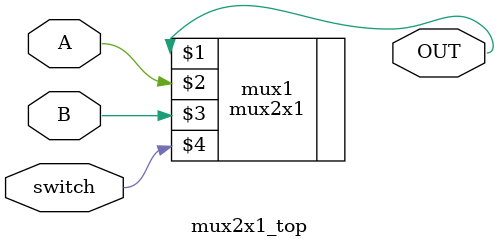
<source format=v>
module mux2x1_top(OUT, A, B, switch);

    output OUT;
    input A, B, switch;

    mux2x1 mux1(OUT, A, B, switch);
endmodule
</source>
